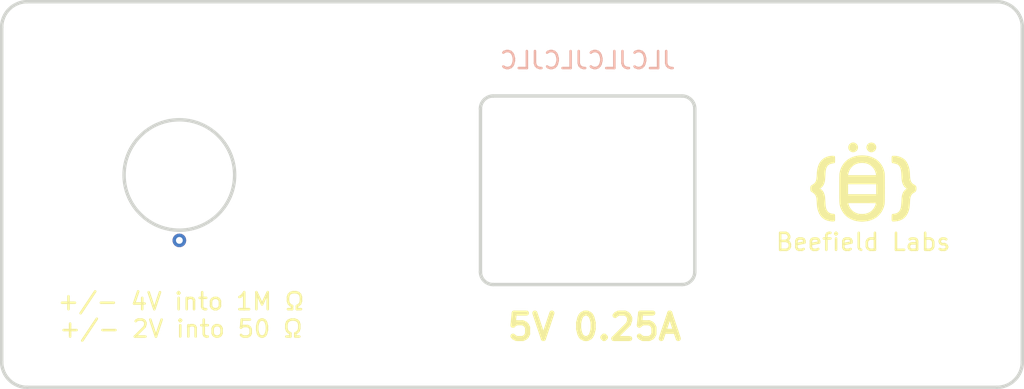
<source format=kicad_pcb>
(kicad_pcb (version 20211014) (generator pcbnew)
  (layers (0 "F.Cu" signal) (31 "B.Cu" signal) (34 "B.Paste" user) (35 "F.Paste" user) (36 "B.SilkS" user "B.Silkscreen") (37 "F.SilkS" user "F.Silkscreen") (38 "B.Mask" user) (39 "F.Mask" user) (44 "Edge.Cuts" user))
  (net 0 "")
  (footprint "wbraun_smd:beefield_logo_small" (layer "F.Cu") (at 144.7 69.75)
    (fp_text reference "G***" hide)
    (fp_text value "LOGO" hide)
    (fp_poly (pts (xy 1.933526 -2.425541) (xy 2.06505 -2.400734) (xy 2.188317 -2.36064) (xy 2.30103 -2.306218) (xy 2.400894 -2.238428) (xy 2.485613 -2.158226) (xy 2.50152 -2.139586) (xy 2.573373 -2.036826) (xy 2.634295 -1.9182) (xy 2.683433 -1.786456) (xy 2.719934 -1.644338) (xy 2.742947 -1.494596) (xy 2.751618 -1.339975) (xy 2.751656 -1.3335) (xy 2.755872 -1.203438) (xy 2.767648 -1.091992) (xy 2.787249 -0.997907) (xy 2.814939 -0.919928) (xy 2.850984 -0.856802) (xy 2.852841 -0.854244) (xy 2.8719 -0.829826) (xy 2.891994 -0.808518) (xy 2.916836 -0.787345) (xy 2.950139 -0.763332) (xy 2.995614 -0.733504) (xy 3.032873 -0.709955) (xy 3.076853 -0.678536) (xy 3.106127 -0.64624) (xy 3.123366 -0.60776) (xy 3.131239 -0.557787) (xy 3.132607 -0.511692) (xy 3.129677 -0.44048) (xy 3.119273 -0.385365) (xy 3.098803 -0.341847) (xy 3.065673 -0.305425) (xy 3.01729 -0.271601) (xy 2.983246 -0.252478) (xy 2.910885 -0.203157) (xy 2.853371 -0.139567) (xy 2.82074 -0.085224) (xy 2.802185 -0.045028) (xy 2.787501 -0.003765) (xy 2.776063 0.042113) (xy 2.767249 0.096154) (xy 2.760435 0.161906) (xy 2.754997 0.242916) (xy 2.75184 0.306917) (xy 2.744213 0.438064) (xy 2.733398 0.551829) (xy 2.718637 0.651855) (xy 2.699175 0.741785) (xy 2.674253 0.825265) (xy 2.643115 0.905937) (xy 2.614456 0.968375) (xy 2.547275 1.08429) (xy 2.466777 1.183781) (xy 2.372939 1.266861) (xy 2.26574 1.333544) (xy 2.145155 1.383845) (xy 2.011163 1.417777) (xy 1.863739 1.435355) (xy 1.850517 1.436099) (xy 1.79779 1.438661) (xy 1.761819 1.439485) (xy 1.738223 1.437955) (xy 1.722621 1.433456) (xy 1.710632 1.425372) (xy 1.699705 1.414918) (xy 1.689562 1.404236) (xy 1.682276 1.393333) (xy 1.677376 1.378726) (xy 1.674388 1.356938) (xy 1.672838 1.324488) (xy 1.672256 1.277897) (xy 1.672166 1.213685) (xy 1.672166 1.212273) (xy 1.672637 1.140254) (xy 1.674708 1.086523) (xy 1.679366 1.048212) (xy 1.6876 1.022451) (xy 1.700397 1.006371) (xy 1.718745 0.997103) (xy 1.743631 0.991778) (xy 1.748305 0.991097) (xy 1.817604 0.980974) (xy 1.870126 0.972204) (xy 1.910134 0.963836) (xy 1.941892 0.95492) (xy 1.969663 0.944504) (xy 1.982393 0.938894) (xy 2.058073 0.893412) (xy 2.11846 0.83339) (xy 2.158668 0.768799) (xy 2.176305 0.729918) (xy 2.191244 0.690209) (xy 2.203863 0.647212) (xy 2.214538 0.598468) (xy 2.223645 0.54152) (xy 2.231562 0.473909) (xy 2.238665 0.393175) (xy 2.24533 0.296861) (xy 2.251935 0.182508) (xy 2.25376 0.148167) (xy 2.259381 0.05806) (xy 2.266005 -0.014108) (xy 2.27401 -0.071555) (xy 2.283774 -0.117497) (xy 2.285888 -0.125292) (xy 2.324206 -0.232763) (xy 2.374165 -0.325825) (xy 2.43466 -0.402734) (xy 2.49389 -0.454352) (xy 2.551616 -0.495689) (xy 2.504422 -0.528159) (xy 2.442476 -0.580337) (xy 2.389015 -0.646772) (xy 2.341447 -0.730716) (xy 2.339125 -0.735541) (xy 2.314349 -0.791034) (xy 2.295136 -0.843863) (xy 2.280556 -0.898521) (xy 2.269677 -0.959504) (xy 2.261568 -1.031304) (xy 2.255298 -1.118416) (xy 2.253633 -1.148291) (xy 2.246928 -1.267375) (xy 2.24026 -1.367778) (xy 2.233243 -1.451981) (xy 2.225494 -1.522467) (xy 2.216629 -1.581716) (xy 2.206265 -1.63221) (xy 2.194017 -1.67643) (xy 2.179503 -1.716859) (xy 2.162338 -1.755977) (xy 2.158382 -1.764214) (xy 2.119714 -1.828384) (xy 2.071096 -1.880224) (xy 2.010333 -1.920993) (xy 1.935232 -1.951952) (xy 1.8436 -1.974361) (xy 1.774025 -1.984951) (xy 1.72435 -1.998154) (xy 1.697296 -2.016492) (xy 1.687908 -2.026733) (xy 1.681206 -2.038038) (xy 1.676739 -2.053922) (xy 1.674053 -2.0779) (xy 1.672698 -2.113489) (xy 1.67222 -2.164204) (xy 1.672166 -2.211916) (xy 1.67228 -2.275593) (xy 1.672931 -2.32163) (xy 1.674588 -2.353554) (xy 1.677717 -2.37489) (xy 1.682783 -2.389165) (xy 1.690256 -2.399906) (xy 1.698143 -2.408189) (xy 1.715301 -2.422455) (xy 1.735151 -2.430333) (xy 1.764418 -2.433604) (xy 1.796039 -2.434104)) (layer "F.SilkS") (width 0) (fill solid))
    (fp_poly (pts (xy 0.523256 -3.209209) (xy 0.592596 -3.190144) (xy 0.656459 -3.153507) (xy 0.702843 -3.109739) (xy 0.743973 -3.046482) (xy 0.766302 -2.97717) (xy 0.769933 -2.905263) (xy 0.754972 -2.83422) (xy 0.721525 -2.7675) (xy 0.691276 -2.72953) (xy 0.631011 -2.679588) (xy 0.562692 -2.648484) (xy 0.489032 -2.636832) (xy 0.412747 -2.645249) (xy 0.373537 -2.65753) (xy 0.314799 -2.690716) (xy 0.263825 -2.739732) (xy 0.223928 -2.799715) (xy 0.198419 -2.865804) (xy 0.1905 -2.926292) (xy 0.198573 -2.984816) (xy 0.220358 -3.045835) (xy 0.252202 -3.099737) (xy 0.26024 -3.109739) (xy 0.316932 -3.160966) (xy 0.381969 -3.19462) (xy 0.451896 -3.210701)) (layer "F.SilkS") (width 0) (fill solid))
    (fp_poly (pts (xy -0.515018 -3.202415) (xy -0.443544 -3.171556) (xy -0.385234 -3.126059) (xy -0.341479 -3.068876) (xy -0.313673 -3.002959) (xy -0.303208 -2.931259) (xy -0.311477 -2.856728) (xy -0.328236 -2.806576) (xy -0.365096 -2.745773) (xy -0.416217 -2.696565) (xy -0.477591 -2.660744) (xy -0.545207 -2.640105) (xy -0.615057 -2.636439) (xy -0.67858 -2.649861) (xy -0.751421 -2.685771) (xy -0.808763 -2.735001) (xy -0.849426 -2.795776) (xy -0.872231 -2.866321) (xy -0.875997 -2.944861) (xy -0.875858 -2.946655) (xy -0.861443 -3.020838) (xy -0.829997 -3.083991) (xy -0.782765 -3.137063) (xy -0.717993 -3.183084) (xy -0.64863 -3.208642) (xy -0.575542 -3.213524)) (layer "F.SilkS") (width 0) (fill solid))
    (fp_poly (pts (xy -1.737598 -2.431172) (xy -1.708246 -2.426685) (xy -1.686382 -2.418876) (xy -1.670911 -2.404913) (xy -1.660736 -2.381962) (xy -1.654762 -2.34719) (xy -1.651892 -2.297764) (xy -1.651031 -2.230851) (xy -1.651 -2.207297) (xy -1.65129 -2.135904) (xy -1.653328 -2.082698) (xy -1.658872 -2.044698) (xy -1.669678 -2.018925) (xy -1.687504 -2.002398) (xy -1.714104 -1.992138) (xy -1.751237 -1.985163) (xy -1.784611 -1.980618) (xy -1.881794 -1.962249) (xy -1.96219 -1.934279) (xy -2.028485 -1.895409) (xy -2.083362 -1.844338) (xy -2.09493 -1.830376) (xy -2.127027 -1.783644) (xy -2.153573 -1.730538) (xy -2.175127 -1.668641) (xy -2.192246 -1.595533) (xy -2.205489 -1.508798) (xy -2.215413 -1.406016) (xy -2.222576 -1.28477) (xy -2.222999 -1.275291) (xy -2.227062 -1.185925) (xy -2.230786 -1.114334) (xy -2.234529 -1.057141) (xy -2.238645 -1.010966) (xy -2.243492 -0.972431) (xy -2.249425 -0.938155) (xy -2.2568 -0.904761) (xy -2.265711 -0.869851) (xy -2.301621 -0.765551) (xy -2.349993 -0.67363) (xy -2.409271 -0.596569) (xy -2.472485 -0.540652) (xy -2.529973 -0.499486) (xy -2.494172 -0.47736) (xy -2.455762 -0.447908) (xy -2.413228 -0.406325) (xy -2.372555 -0.359075) (xy -2.33973 -0.312624) (xy -2.336223 -0.306762) (xy -2.31107 -0.255508) (xy -2.286287 -0.190865) (xy -2.264433 -0.120493) (xy -2.248067 -0.052057) (xy -2.244396 -0.03175) (xy -2.240541 -0.000355) (xy -2.236231 0.047864) (xy -2.231777 0.108579) (xy -2.227489 0.177459) (xy -2.223678 0.250178) (xy -2.222772 0.269875) (xy -2.216406 0.385294) (xy -2.208165 0.482385) (xy -2.197572 0.56394) (xy -2.184148 0.63275) (xy -2.167415 0.691608) (xy -2.146895 0.743307) (xy -2.138812 0.760062) (xy -2.089888 0.837113) (xy -2.029123 0.89709) (xy -1.955599 0.940617) (xy -1.868399 0.96832) (xy -1.82145 0.976176) (xy -1.767879 0.983144) (xy -1.73108 0.988842) (xy -1.706798 0.994409) (xy -1.690777 1.000988) (xy -1.67876 1.009719) (xy -1.671898 1.016269) (xy -1.664125 1.02564) (xy -1.658549 1.038019) (xy -1.654811 1.056781) (xy -1.65255 1.0853) (xy -1.651407 1.12695) (xy -1.651023 1.185108) (xy -1.651 1.212273) (xy -1.651106 1.276952) (xy -1.65172 1.323928) (xy -1.653291 1.356663) (xy -1.656266 1.378621) (xy -1.661093 1.393266) (xy -1.668218 1.404059) (xy -1.676978 1.413356) (xy -1.692424 1.426637) (xy -1.709671 1.434326) (xy -1.734686 1.437793) (xy -1.773437 1.43841) (xy -1.785457 1.438286) (xy -1.83971 1.435875) (xy -1.901009 1.430593) (xy -1.953238 1.423986) (xy -2.090927 1.393475) (xy -2.215093 1.346785) (xy -2.325842 1.283818) (xy -2.423275 1.204478) (xy -2.507497 1.108666) (xy -2.57861 0.996286) (xy -2.636717 0.867239) (xy -2.676905 0.740834) (xy -2.69054 0.686318) (xy -2.70141 0.634299) (xy -2.710046 0.580529) (xy -2.716977 0.520761) (xy -2.722735 0.450749) (xy -2.727847 0.366246) (xy -2.730685 0.309781) (xy -2.734366 0.241204) (xy -2.738579 0.176811) (xy -2.742996 0.120742) (xy -2.747287 0.077137) (xy -2.751123 0.050136) (xy -2.751463 0.048535) (xy -2.779686 -0.045253) (xy -2.819975 -0.123539) (xy -2.874785 -0.189674) (xy -2.946568 -0.247014) (xy -2.985026 -0.270819) (xy -3.033282 -0.300075) (xy -3.066662 -0.32584) (xy -3.088064 -0.353157) (xy -3.100383 -0.387069) (xy -3.106517 -0.43262) (xy -3.109115 -0.486833) (xy -3.109369 -0.552431) (xy -3.10417 -0.601563) (xy -3.091785 -0.638599) (xy -3.070485 -0.667909) (xy -3.038539 -0.693864) (xy -3.02319 -0.703791) (xy -2.949508 -0.751508) (xy -2.892396 -0.793986) (xy -2.848952 -0.834293) (xy -2.816278 -0.875496) (xy -2.791473 -0.920665) (xy -2.773105 -0.968375) (xy -2.756624 -1.032657) (xy -2.743667 -1.113025) (xy -2.734813 -1.204608) (xy -2.73064 -1.302532) (xy -2.730393 -1.328208) (xy -2.725045 -1.446635) (xy -2.710375 -1.569184) (xy -2.687535 -1.69008) (xy -2.657677 -1.803548) (xy -2.621954 -1.903813) (xy -2.610264 -1.930457) (xy -2.544415 -2.049601) (xy -2.464263 -2.153715) (xy -2.370694 -2.242036) (xy -2.264593 -2.313801) (xy -2.146845 -2.368245) (xy -2.076539 -2.390777) (xy -2.019934 -2.403942) (xy -1.954734 -2.415436) (xy -1.887053 -2.424531) (xy -1.823007 -2.430499) (xy -1.768708 -2.43261)) (layer "F.SilkS") (width 0) (fill solid))
    (fp_poly (pts (xy 0.084971 -2.449795) (xy 0.224645 -2.43357) (xy 0.35483 -2.4054) (xy 0.480125 -2.364283) (xy 0.605128 -2.309218) (xy 0.608541 -2.307529) (xy 0.709662 -2.253222) (xy 0.795701 -2.197257) (xy 0.872577 -2.135356) (xy 0.944887 -2.064653) (xy 1.043372 -1.946636) (xy 1.124614 -1.819093) (xy 1.189575 -1.680154) (xy 1.239217 -1.52795) (xy 1.255536 -1.4605) (xy 1.259114 -1.443125) (xy 1.262233 -1.42476) (xy 1.264926 -1.403906) (xy 1.267224 -1.379063) (xy 1.269157 -1.348731) (xy 1.270757 -1.311409) (xy 1.272054 -1.265599) (xy 1.27308 -1.2098) (xy 1.273867 -1.142512) (xy 1.274444 -1.062235) (xy 1.274844 -0.96747) (xy 1.275097 -0.856717) (xy 1.275234 -0.728475) (xy 1.275287 -0.581245) (xy 1.275291 -0.508) (xy 1.275264 -0.351487) (xy 1.275163 -0.214645) (xy 1.274958 -0.095982) (xy 1.274617 0.005999) (xy 1.274112 0.092792) (xy 1.27341 0.165892) (xy 1.272483 0.226792) (xy 1.271299 0.276988) (xy 1.269829 0.317974) (xy 1.268041 0.351246) (xy 1.265906 0.378296) (xy 1.263393 0.400621) (xy 1.260471 0.419715) (xy 1.257111 0.437072) (xy 1.255974 0.442342) (xy 1.210619 0.604147) (xy 1.148644 0.754097) (xy 1.07065 0.891375) (xy 0.97724 1.015164) (xy 0.869018 1.124647) (xy 0.746586 1.219006) (xy 0.633988 1.285576) (xy 0.535339 1.331015) (xy 0.42615 1.371518) (xy 0.317014 1.403314) (xy 0.277985 1.412282) (xy 0.241488 1.418606) (xy 0.191689 1.425407) (xy 0.133797 1.432175) (xy 0.073017 1.438397) (xy 0.014559 1.44356) (xy -0.036372 1.447152) (xy -0.074567 1.44866) (xy -0.08885 1.448377) (xy -0.108907 1.44691) (xy -0.144036 1.444265) (xy -0.188209 1.440898) (xy -0.211667 1.439096) (xy -0.381986 1.416528) (xy -0.542765 1.376216) (xy -0.693043 1.318877) (xy -0.831855 1.245227) (xy -0.958238 1.155984) (xy -1.07123 1.051865) (xy -1.169866 0.933586) (xy -1.253184 0.801866) (xy -1.32022 0.65742) (xy -1.341687 0.597959) (xy -1.353277 0.562821) (xy -1.363422 0.530307) (xy -1.372218 0.498803) (xy -1.379762 0.466693) (xy -1.386149 0.432364) (xy -1.391475 0.394202) (xy -1.394913 0.359834) (xy -0.870539 0.359834) (xy -0.863501 0.403849) (xy -0.84592 0.470866) (xy -0.814904 0.54552) (xy -0.773604 0.622299) (xy -0.725171 0.695693) (xy -0.672757 0.76019) (xy -0.64211 0.79104) (xy -0.551955 0.860919) (xy -0.447945 0.918867) (xy -0.33523 0.962274) (xy -0.270847 0.979123) (xy -0.215699 0.987385) (xy -0.146428 0.992239) (xy -0.0698 0.993699) (xy 0.00742 0.991784) (xy 0.078468 0.98651) (xy 0.135383 0.978138) (xy 0.261181 0.94242) (xy 0.375089 0.889329) (xy 0.476666 0.819163) (xy 0.565473 0.732218) (xy 0.63142 0.644059) (xy 0.656106 0.601693) (xy 0.681121 0.551661) (xy 0.704281 0.499214) (xy 0.723406 0.449605) (xy 0.736314 0.408083) (xy 0.740833 0.380695) (xy 0.740451 0.376822) (xy 0.738373 0.37346) (xy 0.733198 0.370573) (xy 0.723525 0.368126) (xy 0.707956 0.366082) (xy 0.685088 0.364405) (xy 0.653523 0.363058) (xy 0.61186 0.362006) (xy 0.558699 0.361212) (xy 0.49264 0.360639) (xy 0.412281 0.360252) (xy 0.316224 0.360014) (xy 0.203068 0.359889) (xy 0.071413 0.359841) (xy -0.064853 0.359834) (xy -0.870539 0.359834) (xy -1.394913 0.359834) (xy -1.395838 0.350592) (xy -1.399332 0.29992) (xy -1.402055 0.240571) (xy -1.404102 0.170933) (xy -1.40557 0.089389) (xy -1.406554 -0.005674) (xy -1.407152 -0.11587) (xy -1.407281 -0.169333) (xy -0.889 -0.169333) (xy 0.762 -0.169333) (xy 0.762 -0.751416) (xy -0.889 -0.751416) (xy -0.889 -0.169333) (xy -1.407281 -0.169333) (xy -1.407458 -0.242813) (xy -1.40757 -0.388119) (xy -1.407584 -0.508) (xy -1.407535 -0.662306) (xy -1.407368 -0.79699) (xy -1.407055 -0.913593) (xy -1.406567 -1.013659) (xy -1.405874 -1.098731) (xy -1.404949 -1.170353) (xy -1.403761 -1.230067) (xy -1.402283 -1.279416) (xy -1.401761 -1.291166) (xy -0.888471 -1.291166) (xy 0.751416 -1.291166) (xy 0.751416 -1.315932) (xy 0.747364 -1.351274) (xy 0.736462 -1.399625) (xy 0.720594 -1.45471) (xy 0.701642 -1.510257) (xy 0.681491 -1.559992) (xy 0.67248 -1.578909) (xy 0.605152 -1.689589) (xy 0.523635 -1.784903) (xy 0.428545 -1.864238) (xy 0.322791 -1.925892) (xy 0.241004 -1.96068) (xy 0.160919 -1.984734) (xy 0.074816 -1.999941) (xy -0.01138 -2.007462) (xy -0.146269 -2.00704) (xy -0.271728 -1.989461) (xy -0.391402 -1.954214) (xy -0.391584 -1.954146) (xy -0.481148 -1.914766) (xy -0.559042 -1.866869) (xy -0.632006 -1.80589) (xy -0.675709 -1.761674) (xy -0.75362 -1.662782) (xy -0.815087 -1.550584) (xy -0.860086 -1.425133) (xy -0.882462 -1.325562) (xy -0.888471 -1.291166) (xy -1.401761 -1.291166) (xy -1.400484 -1.319945) (xy -1.398338 -1.353195) (xy -1.395813 -1.380711) (xy -1.392883 -1.404034) (xy -1.390531 -1.418947) (xy -1.353389 -1.577116) (xy -1.29788 -1.726601) (xy -1.224802 -1.865889) (xy -1.13495 -1.993467) (xy -1.029121 -2.107821) (xy -1.026897 -2.109916) (xy -0.903505 -2.211506) (xy -0.7684 -2.295519) (xy -0.621747 -2.361895) (xy -0.463713 -2.410572) (xy -0.294466 -2.441491) (xy -0.114173 -2.454591) (xy -0.068792 -2.455077)) (layer "F.SilkS") (width 0) (fill solid))
  )
  (gr_line (start 152.555626 58.25) (end 95.555626 58.25) (layer "Edge.Cuts") (width 0.2))
  (gr_arc (start 95.555626 80.95) (mid 94.494966 80.51066) (end 94.055626 79.45) (layer "Edge.Cuts") (width 0.2))
  (gr_line (start 122.95 63.8) (end 134.05 63.8) (layer "Edge.Cuts") (width 0.2))
  (gr_line (start 134.8 64.55) (end 134.8 74.15) (layer "Edge.Cuts") (width 0.2))
  (gr_arc (start 122.2 64.55) (mid 122.41967 64.01967) (end 122.95 63.8) (layer "Edge.Cuts") (width 0.2))
  (gr_line (start 95.555626 80.95) (end 152.555626 80.95) (layer "Edge.Cuts") (width 0.2))
  (gr_line (start 94.055626 59.75) (end 94.055626 79.45) (layer "Edge.Cuts") (width 0.2))
  (gr_line (start 122.2 74.15) (end 122.2 64.55) (layer "Edge.Cuts") (width 0.2))
  (gr_arc (start 134.05 63.8) (mid 134.580347 64.019661) (end 134.8 64.55) (layer "Edge.Cuts") (width 0.2))
  (gr_arc (start 134.8 74.15) (mid 134.580329 74.680321) (end 134.05 74.9) (layer "Edge.Cuts") (width 0.2))
  (gr_arc (start 154.055626 79.45) (mid 153.616286 80.51066) (end 152.555626 80.95) (layer "Edge.Cuts") (width 0.2))
  (gr_arc (start 122.95 74.9) (mid 122.41967 74.68033) (end 122.2 74.15) (layer "Edge.Cuts") (width 0.2))
  (gr_arc (start 152.555626 58.25) (mid 153.616286 58.68934) (end 154.055626 59.75) (layer "Edge.Cuts") (width 0.2))
  (gr_line (start 134.05 74.9) (end 122.95 74.9) (layer "Edge.Cuts") (width 0.2))
  (gr_circle (center 104.5 68.45) (end 107.75 68.45) (layer "Edge.Cuts") (width 0.2) (fill none))
  (gr_arc (start 94.055626 59.75) (mid 94.494966 58.68934) (end 95.555626 58.25) (layer "Edge.Cuts") (width 0.2))
  (gr_line (start 154.055626 79.45) (end 154.055626 59.75) (layer "Edge.Cuts") (width 0.2))
  (gr_text "JLCJLCJLCJLC" (at 128.5 61.7) (layer "B.SilkS") (effects (font (size 1 1)) (justify mirror)))
  (gr_text "Beefield Labs" (at 144.7 72.4) (layer "F.SilkS") (effects (font (size 1 1))))
  (gr_text "+/- 4V into 1M Ω\n+/- 2V into 50 Ω" (at 104.6 76.7) (layer "F.SilkS") (effects (font (size 1 1))))
  (gr_text "5V 0.25A" (at 128.9 77.4) (layer "F.SilkS") (effects (font (size 1.5 1.5) (thickness 0.3))))
  (via (at 104.5 72.3) (size 0.8) (drill 0.4) (layers "F.Cu" "B.Cu") (net 0))
)
</source>
